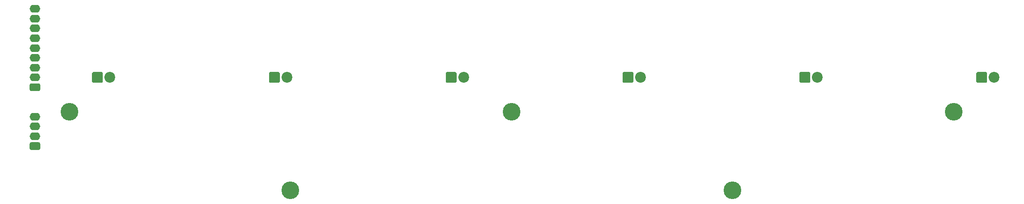
<source format=gbr>
G04 #@! TF.GenerationSoftware,KiCad,Pcbnew,(5.1.7)-1*
G04 #@! TF.CreationDate,2021-03-22T01:50:53-04:00*
G04 #@! TF.ProjectId,Circuit-AirSensor-Right,43697263-7569-4742-9d41-697253656e73,rev?*
G04 #@! TF.SameCoordinates,Original*
G04 #@! TF.FileFunction,Soldermask,Bot*
G04 #@! TF.FilePolarity,Negative*
%FSLAX46Y46*%
G04 Gerber Fmt 4.6, Leading zero omitted, Abs format (unit mm)*
G04 Created by KiCad (PCBNEW (5.1.7)-1) date 2021-03-22 01:50:53*
%MOMM*%
%LPD*%
G01*
G04 APERTURE LIST*
%ADD10O,2.150000X1.600000*%
%ADD11C,3.600000*%
%ADD12C,2.200000*%
G04 APERTURE END LIST*
D10*
X56000000Y-113000000D03*
X56000000Y-115000000D03*
X56000000Y-117000000D03*
G36*
G01*
X56741668Y-119800000D02*
X55258332Y-119800000D01*
G75*
G02*
X54925000Y-119466668I0J333332D01*
G01*
X54925000Y-118533332D01*
G75*
G02*
X55258332Y-118200000I333332J0D01*
G01*
X56741668Y-118200000D01*
G75*
G02*
X57075000Y-118533332I0J-333332D01*
G01*
X57075000Y-119466668D01*
G75*
G02*
X56741668Y-119800000I-333332J0D01*
G01*
G37*
D11*
X198000000Y-128000000D03*
X108000000Y-128000000D03*
X243000000Y-112000000D03*
D12*
X179270000Y-105000000D03*
G36*
G01*
X175630000Y-105900000D02*
X175630000Y-104100000D01*
G75*
G02*
X175830000Y-103900000I200000J0D01*
G01*
X177630000Y-103900000D01*
G75*
G02*
X177830000Y-104100000I0J-200000D01*
G01*
X177830000Y-105900000D01*
G75*
G02*
X177630000Y-106100000I-200000J0D01*
G01*
X175830000Y-106100000D01*
G75*
G02*
X175630000Y-105900000I0J200000D01*
G01*
G37*
X251270000Y-105000000D03*
G36*
G01*
X247630000Y-105900000D02*
X247630000Y-104100000D01*
G75*
G02*
X247830000Y-103900000I200000J0D01*
G01*
X249630000Y-103900000D01*
G75*
G02*
X249830000Y-104100000I0J-200000D01*
G01*
X249830000Y-105900000D01*
G75*
G02*
X249630000Y-106100000I-200000J0D01*
G01*
X247830000Y-106100000D01*
G75*
G02*
X247630000Y-105900000I0J200000D01*
G01*
G37*
X215270000Y-105000000D03*
G36*
G01*
X211630000Y-105900000D02*
X211630000Y-104100000D01*
G75*
G02*
X211830000Y-103900000I200000J0D01*
G01*
X213630000Y-103900000D01*
G75*
G02*
X213830000Y-104100000I0J-200000D01*
G01*
X213830000Y-105900000D01*
G75*
G02*
X213630000Y-106100000I-200000J0D01*
G01*
X211830000Y-106100000D01*
G75*
G02*
X211630000Y-105900000I0J200000D01*
G01*
G37*
X143270000Y-105000000D03*
G36*
G01*
X139630000Y-105900000D02*
X139630000Y-104100000D01*
G75*
G02*
X139830000Y-103900000I200000J0D01*
G01*
X141630000Y-103900000D01*
G75*
G02*
X141830000Y-104100000I0J-200000D01*
G01*
X141830000Y-105900000D01*
G75*
G02*
X141630000Y-106100000I-200000J0D01*
G01*
X139830000Y-106100000D01*
G75*
G02*
X139630000Y-105900000I0J200000D01*
G01*
G37*
X107270000Y-105000000D03*
G36*
G01*
X103630000Y-105900000D02*
X103630000Y-104100000D01*
G75*
G02*
X103830000Y-103900000I200000J0D01*
G01*
X105630000Y-103900000D01*
G75*
G02*
X105830000Y-104100000I0J-200000D01*
G01*
X105830000Y-105900000D01*
G75*
G02*
X105630000Y-106100000I-200000J0D01*
G01*
X103830000Y-106100000D01*
G75*
G02*
X103630000Y-105900000I0J200000D01*
G01*
G37*
X71270000Y-105000000D03*
G36*
G01*
X67630000Y-105900000D02*
X67630000Y-104100000D01*
G75*
G02*
X67830000Y-103900000I200000J0D01*
G01*
X69630000Y-103900000D01*
G75*
G02*
X69830000Y-104100000I0J-200000D01*
G01*
X69830000Y-105900000D01*
G75*
G02*
X69630000Y-106100000I-200000J0D01*
G01*
X67830000Y-106100000D01*
G75*
G02*
X67630000Y-105900000I0J200000D01*
G01*
G37*
D10*
X56000000Y-91000000D03*
X56000000Y-93000000D03*
X56000000Y-95000000D03*
X56000000Y-97000000D03*
X56000000Y-99000000D03*
X56000000Y-101000000D03*
X56000000Y-103000000D03*
X56000000Y-105000000D03*
G36*
G01*
X56741668Y-107800000D02*
X55258332Y-107800000D01*
G75*
G02*
X54925000Y-107466668I0J333332D01*
G01*
X54925000Y-106533332D01*
G75*
G02*
X55258332Y-106200000I333332J0D01*
G01*
X56741668Y-106200000D01*
G75*
G02*
X57075000Y-106533332I0J-333332D01*
G01*
X57075000Y-107466668D01*
G75*
G02*
X56741668Y-107800000I-333332J0D01*
G01*
G37*
D11*
X153000000Y-112000000D03*
X63000000Y-112000000D03*
M02*

</source>
